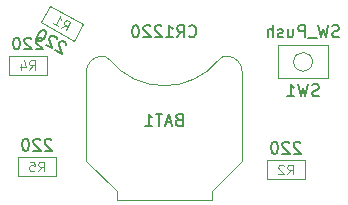
<source format=gbr>
G04 #@! TF.GenerationSoftware,KiCad,Pcbnew,(5.1.5)-3*
G04 #@! TF.CreationDate,2020-05-15T21:02:07+03:00*
G04 #@! TF.ProjectId,ButterflyJewel,42757474-6572-4666-9c79-4a6577656c2e,rev?*
G04 #@! TF.SameCoordinates,Original*
G04 #@! TF.FileFunction,Other,Fab,Bot*
%FSLAX46Y46*%
G04 Gerber Fmt 4.6, Leading zero omitted, Abs format (unit mm)*
G04 Created by KiCad (PCBNEW (5.1.5)-3) date 2020-05-15 21:02:07*
%MOMM*%
%LPD*%
G04 APERTURE LIST*
%ADD10C,0.100000*%
%ADD11C,0.150000*%
%ADD12C,0.120000*%
G04 APERTURE END LIST*
D10*
X205735500Y-37849000D02*
X209935500Y-37849000D01*
X209935500Y-37849000D02*
X209935500Y-35049000D01*
X209935500Y-35049000D02*
X205735500Y-35049000D01*
X205735500Y-35049000D02*
X205735500Y-37849000D01*
X208635500Y-36449000D02*
G75*
G03X208635500Y-36449000I-800000J0D01*
G01*
X186893000Y-44539000D02*
X183693000Y-44539000D01*
X186893000Y-46139000D02*
X186893000Y-44539000D01*
X183693000Y-46139000D02*
X186893000Y-46139000D01*
X183693000Y-44539000D02*
X183693000Y-46139000D01*
X186131000Y-35966500D02*
X182931000Y-35966500D01*
X186131000Y-37566500D02*
X186131000Y-35966500D01*
X182931000Y-37566500D02*
X186131000Y-37566500D01*
X182931000Y-35966500D02*
X182931000Y-37566500D01*
X207975000Y-44793000D02*
X204775000Y-44793000D01*
X207975000Y-46393000D02*
X207975000Y-44793000D01*
X204775000Y-46393000D02*
X207975000Y-46393000D01*
X204775000Y-44793000D02*
X204775000Y-46393000D01*
X192088000Y-48102000D02*
X200088000Y-48102000D01*
X192088000Y-48102000D02*
X192088000Y-47402000D01*
X200088000Y-48102000D02*
X200088000Y-47402000D01*
X192088000Y-47402000D02*
X189488000Y-44802000D01*
X200088000Y-47402000D02*
X202688000Y-44802000D01*
X189488000Y-44802000D02*
X189488000Y-37302000D01*
X202688000Y-44802000D02*
X202688000Y-37302000D01*
X189488000Y-37352000D02*
G75*
G02X190788000Y-35952000I1350000J50000D01*
G01*
X202688000Y-37352000D02*
G75*
G03X201388000Y-35952000I-1350000J50000D01*
G01*
X200695905Y-36292411D02*
G75*
G02X191488000Y-36302000I-4607905J3790411D01*
G01*
X190709987Y-35954442D02*
G75*
G02X191488000Y-36302000I88013J-847558D01*
G01*
X201466013Y-35954442D02*
G75*
G03X200688000Y-36302000I-88013J-847558D01*
G01*
X185630538Y-33067499D02*
X188401820Y-34667499D01*
X186430538Y-31681859D02*
X185630538Y-33067499D01*
X189201820Y-33281859D02*
X186430538Y-31681859D01*
X188401820Y-34667499D02*
X189201820Y-33281859D01*
D11*
X210883119Y-34303761D02*
X210740261Y-34351380D01*
X210502166Y-34351380D01*
X210406928Y-34303761D01*
X210359309Y-34256142D01*
X210311690Y-34160904D01*
X210311690Y-34065666D01*
X210359309Y-33970428D01*
X210406928Y-33922809D01*
X210502166Y-33875190D01*
X210692642Y-33827571D01*
X210787880Y-33779952D01*
X210835500Y-33732333D01*
X210883119Y-33637095D01*
X210883119Y-33541857D01*
X210835500Y-33446619D01*
X210787880Y-33399000D01*
X210692642Y-33351380D01*
X210454547Y-33351380D01*
X210311690Y-33399000D01*
X209978357Y-33351380D02*
X209740261Y-34351380D01*
X209549785Y-33637095D01*
X209359309Y-34351380D01*
X209121214Y-33351380D01*
X208978357Y-34446619D02*
X208216452Y-34446619D01*
X207978357Y-34351380D02*
X207978357Y-33351380D01*
X207597404Y-33351380D01*
X207502166Y-33399000D01*
X207454547Y-33446619D01*
X207406928Y-33541857D01*
X207406928Y-33684714D01*
X207454547Y-33779952D01*
X207502166Y-33827571D01*
X207597404Y-33875190D01*
X207978357Y-33875190D01*
X206549785Y-33684714D02*
X206549785Y-34351380D01*
X206978357Y-33684714D02*
X206978357Y-34208523D01*
X206930738Y-34303761D01*
X206835500Y-34351380D01*
X206692642Y-34351380D01*
X206597404Y-34303761D01*
X206549785Y-34256142D01*
X206121214Y-34303761D02*
X206025976Y-34351380D01*
X205835500Y-34351380D01*
X205740261Y-34303761D01*
X205692642Y-34208523D01*
X205692642Y-34160904D01*
X205740261Y-34065666D01*
X205835500Y-34018047D01*
X205978357Y-34018047D01*
X206073595Y-33970428D01*
X206121214Y-33875190D01*
X206121214Y-33827571D01*
X206073595Y-33732333D01*
X205978357Y-33684714D01*
X205835500Y-33684714D01*
X205740261Y-33732333D01*
X205264071Y-34351380D02*
X205264071Y-33351380D01*
X204835500Y-34351380D02*
X204835500Y-33827571D01*
X204883119Y-33732333D01*
X204978357Y-33684714D01*
X205121214Y-33684714D01*
X205216452Y-33732333D01*
X205264071Y-33779952D01*
X209168833Y-39303761D02*
X209025976Y-39351380D01*
X208787880Y-39351380D01*
X208692642Y-39303761D01*
X208645023Y-39256142D01*
X208597404Y-39160904D01*
X208597404Y-39065666D01*
X208645023Y-38970428D01*
X208692642Y-38922809D01*
X208787880Y-38875190D01*
X208978357Y-38827571D01*
X209073595Y-38779952D01*
X209121214Y-38732333D01*
X209168833Y-38637095D01*
X209168833Y-38541857D01*
X209121214Y-38446619D01*
X209073595Y-38399000D01*
X208978357Y-38351380D01*
X208740261Y-38351380D01*
X208597404Y-38399000D01*
X208264071Y-38351380D02*
X208025976Y-39351380D01*
X207835500Y-38637095D01*
X207645023Y-39351380D01*
X207406928Y-38351380D01*
X206502166Y-39351380D02*
X207073595Y-39351380D01*
X206787880Y-39351380D02*
X206787880Y-38351380D01*
X206883119Y-38494238D01*
X206978357Y-38589476D01*
X207073595Y-38637095D01*
X186531095Y-43066619D02*
X186483476Y-43019000D01*
X186388238Y-42971380D01*
X186150142Y-42971380D01*
X186054904Y-43019000D01*
X186007285Y-43066619D01*
X185959666Y-43161857D01*
X185959666Y-43257095D01*
X186007285Y-43399952D01*
X186578714Y-43971380D01*
X185959666Y-43971380D01*
X185578714Y-43066619D02*
X185531095Y-43019000D01*
X185435857Y-42971380D01*
X185197761Y-42971380D01*
X185102523Y-43019000D01*
X185054904Y-43066619D01*
X185007285Y-43161857D01*
X185007285Y-43257095D01*
X185054904Y-43399952D01*
X185626333Y-43971380D01*
X185007285Y-43971380D01*
X184388238Y-42971380D02*
X184293000Y-42971380D01*
X184197761Y-43019000D01*
X184150142Y-43066619D01*
X184102523Y-43161857D01*
X184054904Y-43352333D01*
X184054904Y-43590428D01*
X184102523Y-43780904D01*
X184150142Y-43876142D01*
X184197761Y-43923761D01*
X184293000Y-43971380D01*
X184388238Y-43971380D01*
X184483476Y-43923761D01*
X184531095Y-43876142D01*
X184578714Y-43780904D01*
X184626333Y-43590428D01*
X184626333Y-43352333D01*
X184578714Y-43161857D01*
X184531095Y-43066619D01*
X184483476Y-43019000D01*
X184388238Y-42971380D01*
D12*
X185426333Y-45700904D02*
X185693000Y-45319952D01*
X185883476Y-45700904D02*
X185883476Y-44900904D01*
X185578714Y-44900904D01*
X185502523Y-44939000D01*
X185464428Y-44977095D01*
X185426333Y-45053285D01*
X185426333Y-45167571D01*
X185464428Y-45243761D01*
X185502523Y-45281857D01*
X185578714Y-45319952D01*
X185883476Y-45319952D01*
X184702523Y-44900904D02*
X185083476Y-44900904D01*
X185121571Y-45281857D01*
X185083476Y-45243761D01*
X185007285Y-45205666D01*
X184816809Y-45205666D01*
X184740619Y-45243761D01*
X184702523Y-45281857D01*
X184664428Y-45358047D01*
X184664428Y-45548523D01*
X184702523Y-45624714D01*
X184740619Y-45662809D01*
X184816809Y-45700904D01*
X185007285Y-45700904D01*
X185083476Y-45662809D01*
X185121571Y-45624714D01*
D11*
X185769095Y-34494119D02*
X185721476Y-34446500D01*
X185626238Y-34398880D01*
X185388142Y-34398880D01*
X185292904Y-34446500D01*
X185245285Y-34494119D01*
X185197666Y-34589357D01*
X185197666Y-34684595D01*
X185245285Y-34827452D01*
X185816714Y-35398880D01*
X185197666Y-35398880D01*
X184816714Y-34494119D02*
X184769095Y-34446500D01*
X184673857Y-34398880D01*
X184435761Y-34398880D01*
X184340523Y-34446500D01*
X184292904Y-34494119D01*
X184245285Y-34589357D01*
X184245285Y-34684595D01*
X184292904Y-34827452D01*
X184864333Y-35398880D01*
X184245285Y-35398880D01*
X183626238Y-34398880D02*
X183531000Y-34398880D01*
X183435761Y-34446500D01*
X183388142Y-34494119D01*
X183340523Y-34589357D01*
X183292904Y-34779833D01*
X183292904Y-35017928D01*
X183340523Y-35208404D01*
X183388142Y-35303642D01*
X183435761Y-35351261D01*
X183531000Y-35398880D01*
X183626238Y-35398880D01*
X183721476Y-35351261D01*
X183769095Y-35303642D01*
X183816714Y-35208404D01*
X183864333Y-35017928D01*
X183864333Y-34779833D01*
X183816714Y-34589357D01*
X183769095Y-34494119D01*
X183721476Y-34446500D01*
X183626238Y-34398880D01*
D12*
X184664333Y-37128404D02*
X184931000Y-36747452D01*
X185121476Y-37128404D02*
X185121476Y-36328404D01*
X184816714Y-36328404D01*
X184740523Y-36366500D01*
X184702428Y-36404595D01*
X184664333Y-36480785D01*
X184664333Y-36595071D01*
X184702428Y-36671261D01*
X184740523Y-36709357D01*
X184816714Y-36747452D01*
X185121476Y-36747452D01*
X183978619Y-36595071D02*
X183978619Y-37128404D01*
X184169095Y-36290309D02*
X184359571Y-36861738D01*
X183864333Y-36861738D01*
D11*
X207613095Y-43320619D02*
X207565476Y-43273000D01*
X207470238Y-43225380D01*
X207232142Y-43225380D01*
X207136904Y-43273000D01*
X207089285Y-43320619D01*
X207041666Y-43415857D01*
X207041666Y-43511095D01*
X207089285Y-43653952D01*
X207660714Y-44225380D01*
X207041666Y-44225380D01*
X206660714Y-43320619D02*
X206613095Y-43273000D01*
X206517857Y-43225380D01*
X206279761Y-43225380D01*
X206184523Y-43273000D01*
X206136904Y-43320619D01*
X206089285Y-43415857D01*
X206089285Y-43511095D01*
X206136904Y-43653952D01*
X206708333Y-44225380D01*
X206089285Y-44225380D01*
X205470238Y-43225380D02*
X205375000Y-43225380D01*
X205279761Y-43273000D01*
X205232142Y-43320619D01*
X205184523Y-43415857D01*
X205136904Y-43606333D01*
X205136904Y-43844428D01*
X205184523Y-44034904D01*
X205232142Y-44130142D01*
X205279761Y-44177761D01*
X205375000Y-44225380D01*
X205470238Y-44225380D01*
X205565476Y-44177761D01*
X205613095Y-44130142D01*
X205660714Y-44034904D01*
X205708333Y-43844428D01*
X205708333Y-43606333D01*
X205660714Y-43415857D01*
X205613095Y-43320619D01*
X205565476Y-43273000D01*
X205470238Y-43225380D01*
D12*
X206508333Y-45954904D02*
X206775000Y-45573952D01*
X206965476Y-45954904D02*
X206965476Y-45154904D01*
X206660714Y-45154904D01*
X206584523Y-45193000D01*
X206546428Y-45231095D01*
X206508333Y-45307285D01*
X206508333Y-45421571D01*
X206546428Y-45497761D01*
X206584523Y-45535857D01*
X206660714Y-45573952D01*
X206965476Y-45573952D01*
X206203571Y-45231095D02*
X206165476Y-45193000D01*
X206089285Y-45154904D01*
X205898809Y-45154904D01*
X205822619Y-45193000D01*
X205784523Y-45231095D01*
X205746428Y-45307285D01*
X205746428Y-45383476D01*
X205784523Y-45497761D01*
X206241666Y-45954904D01*
X205746428Y-45954904D01*
D11*
X198183238Y-34259142D02*
X198230857Y-34306761D01*
X198373714Y-34354380D01*
X198468952Y-34354380D01*
X198611809Y-34306761D01*
X198707047Y-34211523D01*
X198754666Y-34116285D01*
X198802285Y-33925809D01*
X198802285Y-33782952D01*
X198754666Y-33592476D01*
X198707047Y-33497238D01*
X198611809Y-33402000D01*
X198468952Y-33354380D01*
X198373714Y-33354380D01*
X198230857Y-33402000D01*
X198183238Y-33449619D01*
X197183238Y-34354380D02*
X197516571Y-33878190D01*
X197754666Y-34354380D02*
X197754666Y-33354380D01*
X197373714Y-33354380D01*
X197278476Y-33402000D01*
X197230857Y-33449619D01*
X197183238Y-33544857D01*
X197183238Y-33687714D01*
X197230857Y-33782952D01*
X197278476Y-33830571D01*
X197373714Y-33878190D01*
X197754666Y-33878190D01*
X196230857Y-34354380D02*
X196802285Y-34354380D01*
X196516571Y-34354380D02*
X196516571Y-33354380D01*
X196611809Y-33497238D01*
X196707047Y-33592476D01*
X196802285Y-33640095D01*
X195849904Y-33449619D02*
X195802285Y-33402000D01*
X195707047Y-33354380D01*
X195468952Y-33354380D01*
X195373714Y-33402000D01*
X195326095Y-33449619D01*
X195278476Y-33544857D01*
X195278476Y-33640095D01*
X195326095Y-33782952D01*
X195897523Y-34354380D01*
X195278476Y-34354380D01*
X194897523Y-33449619D02*
X194849904Y-33402000D01*
X194754666Y-33354380D01*
X194516571Y-33354380D01*
X194421333Y-33402000D01*
X194373714Y-33449619D01*
X194326095Y-33544857D01*
X194326095Y-33640095D01*
X194373714Y-33782952D01*
X194945142Y-34354380D01*
X194326095Y-34354380D01*
X193707047Y-33354380D02*
X193611809Y-33354380D01*
X193516571Y-33402000D01*
X193468952Y-33449619D01*
X193421333Y-33544857D01*
X193373714Y-33735333D01*
X193373714Y-33973428D01*
X193421333Y-34163904D01*
X193468952Y-34259142D01*
X193516571Y-34306761D01*
X193611809Y-34354380D01*
X193707047Y-34354380D01*
X193802285Y-34306761D01*
X193849904Y-34259142D01*
X193897523Y-34163904D01*
X193945142Y-33973428D01*
X193945142Y-33735333D01*
X193897523Y-33544857D01*
X193849904Y-33449619D01*
X193802285Y-33402000D01*
X193707047Y-33354380D01*
X197302285Y-41330571D02*
X197159428Y-41378190D01*
X197111809Y-41425809D01*
X197064190Y-41521047D01*
X197064190Y-41663904D01*
X197111809Y-41759142D01*
X197159428Y-41806761D01*
X197254666Y-41854380D01*
X197635619Y-41854380D01*
X197635619Y-40854380D01*
X197302285Y-40854380D01*
X197207047Y-40902000D01*
X197159428Y-40949619D01*
X197111809Y-41044857D01*
X197111809Y-41140095D01*
X197159428Y-41235333D01*
X197207047Y-41282952D01*
X197302285Y-41330571D01*
X197635619Y-41330571D01*
X196683238Y-41568666D02*
X196207047Y-41568666D01*
X196778476Y-41854380D02*
X196445142Y-40854380D01*
X196111809Y-41854380D01*
X195921333Y-40854380D02*
X195349904Y-40854380D01*
X195635619Y-41854380D02*
X195635619Y-40854380D01*
X194492761Y-41854380D02*
X195064190Y-41854380D01*
X194778476Y-41854380D02*
X194778476Y-40854380D01*
X194873714Y-40997238D01*
X194968952Y-41092476D01*
X195064190Y-41140095D01*
X187804591Y-34978119D02*
X187787161Y-34913070D01*
X187728492Y-34824212D01*
X187522296Y-34705164D01*
X187416007Y-34698784D01*
X187350959Y-34716214D01*
X187262100Y-34774883D01*
X187214481Y-34857362D01*
X187184292Y-35004889D01*
X187393449Y-35785475D01*
X186857338Y-35475951D01*
X186979805Y-34501928D02*
X186962375Y-34436879D01*
X186903706Y-34348021D01*
X186697509Y-34228973D01*
X186591221Y-34222594D01*
X186526172Y-34240023D01*
X186437314Y-34298693D01*
X186389695Y-34381171D01*
X186359506Y-34528699D01*
X186568663Y-35309285D01*
X186032552Y-34999761D01*
X185996441Y-33824212D02*
X185913963Y-33776592D01*
X185807674Y-33770213D01*
X185742626Y-33787643D01*
X185653767Y-33846312D01*
X185517290Y-33987459D01*
X185398242Y-34193656D01*
X185344243Y-34382423D01*
X185337864Y-34488711D01*
X185355294Y-34553760D01*
X185413963Y-34642618D01*
X185496441Y-34690237D01*
X185602729Y-34696617D01*
X185667778Y-34679187D01*
X185756637Y-34620518D01*
X185893114Y-34479370D01*
X186012162Y-34273174D01*
X186066160Y-34084407D01*
X186072540Y-33978119D01*
X186055110Y-33913070D01*
X185996441Y-33824212D01*
D12*
X187350696Y-33554764D02*
X187772112Y-33358183D01*
X187746594Y-33783335D02*
X188146594Y-33090515D01*
X187882662Y-32938134D01*
X187797631Y-32933030D01*
X187745592Y-32946974D01*
X187674506Y-32993909D01*
X187617363Y-33092884D01*
X187612259Y-33177914D01*
X187626203Y-33229953D01*
X187673138Y-33301040D01*
X187937070Y-33453421D01*
X186690867Y-33173812D02*
X187086765Y-33402383D01*
X186888816Y-33288097D02*
X187288816Y-32595277D01*
X187297656Y-32732346D01*
X187325544Y-32836425D01*
X187372479Y-32907511D01*
M02*

</source>
